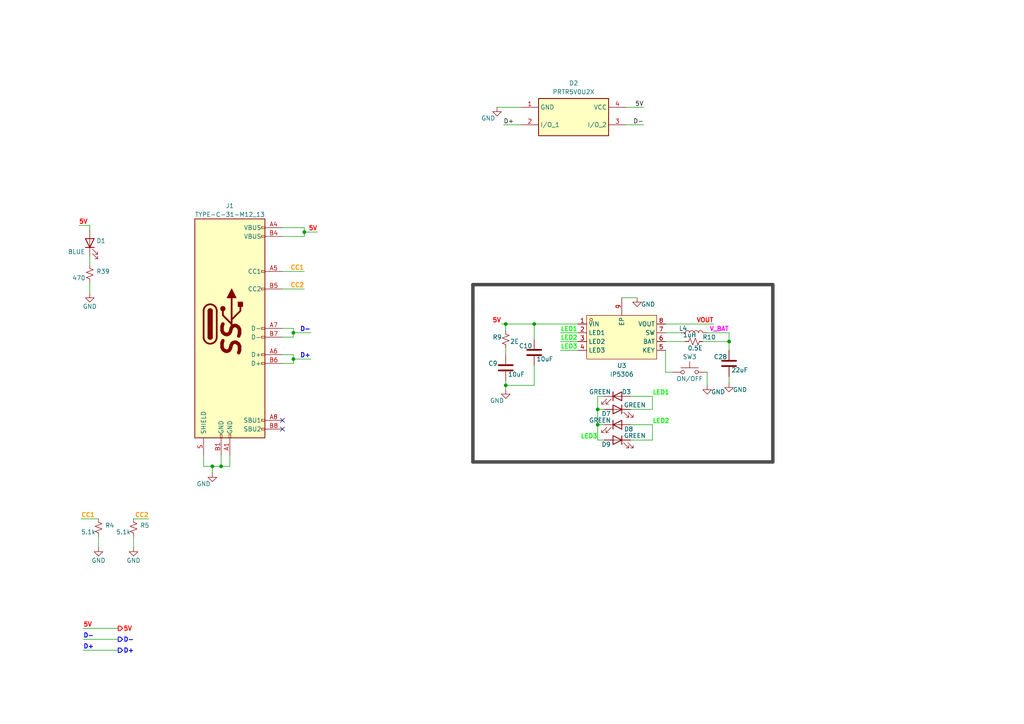
<source format=kicad_sch>
(kicad_sch (version 20230121) (generator eeschema)

  (uuid ac13e975-7d04-45f3-8b12-8735c001f7fc)

  (paper "A4")

  (lib_symbols
    (symbol "ESP32-S3_DB:C" (pin_numbers hide) (pin_names (offset 0.254)) (in_bom yes) (on_board yes)
      (property "Reference" "C" (at 0.635 2.54 0)
        (effects (font (size 1.27 1.27)) (justify left))
      )
      (property "Value" "C" (at 0.635 -2.54 0)
        (effects (font (size 1.27 1.27)) (justify left))
      )
      (property "Footprint" "" (at 0.9652 -3.81 0)
        (effects (font (size 1.27 1.27)) hide)
      )
      (property "Datasheet" "~" (at 0 0 0)
        (effects (font (size 1.27 1.27)) hide)
      )
      (property "ki_keywords" "cap capacitor" (at 0 0 0)
        (effects (font (size 1.27 1.27)) hide)
      )
      (property "ki_description" "Unpolarized capacitor" (at 0 0 0)
        (effects (font (size 1.27 1.27)) hide)
      )
      (property "ki_fp_filters" "C_*" (at 0 0 0)
        (effects (font (size 1.27 1.27)) hide)
      )
      (symbol "C_0_1"
        (polyline
          (pts
            (xy -2.032 -0.762)
            (xy 2.032 -0.762)
          )
          (stroke (width 0.508) (type default))
          (fill (type none))
        )
        (polyline
          (pts
            (xy -2.032 0.762)
            (xy 2.032 0.762)
          )
          (stroke (width 0.508) (type default))
          (fill (type none))
        )
      )
      (symbol "C_1_1"
        (pin passive line (at 0 3.81 270) (length 2.794)
          (name "~" (effects (font (size 1.27 1.27))))
          (number "1" (effects (font (size 1.27 1.27))))
        )
        (pin passive line (at 0 -3.81 90) (length 2.794)
          (name "~" (effects (font (size 1.27 1.27))))
          (number "2" (effects (font (size 1.27 1.27))))
        )
      )
    )
    (symbol "ESP32-S3_DB:GND" (power) (pin_names (offset 0)) (in_bom yes) (on_board yes)
      (property "Reference" "#PWR" (at 0 -6.35 0)
        (effects (font (size 1.27 1.27)) hide)
      )
      (property "Value" "GND" (at 0 -3.81 0)
        (effects (font (size 1.27 1.27)))
      )
      (property "Footprint" "" (at 0 0 0)
        (effects (font (size 1.27 1.27)) hide)
      )
      (property "Datasheet" "" (at 0 0 0)
        (effects (font (size 1.27 1.27)) hide)
      )
      (property "ki_keywords" "global power" (at 0 0 0)
        (effects (font (size 1.27 1.27)) hide)
      )
      (property "ki_description" "Power symbol creates a global label with name \"GND\" , ground" (at 0 0 0)
        (effects (font (size 1.27 1.27)) hide)
      )
      (symbol "GND_0_1"
        (polyline
          (pts
            (xy 0 0)
            (xy 0 -1.27)
            (xy 1.27 -1.27)
            (xy 0 -2.54)
            (xy -1.27 -1.27)
            (xy 0 -1.27)
          )
          (stroke (width 0) (type default))
          (fill (type none))
        )
      )
      (symbol "GND_1_1"
        (pin power_in line (at 0 0 270) (length 0) hide
          (name "GND" (effects (font (size 1.27 1.27))))
          (number "1" (effects (font (size 1.27 1.27))))
        )
      )
    )
    (symbol "ESP32-S3_DB:IP5306" (in_bom yes) (on_board yes)
      (property "Reference" "U" (at 0 12.7 0)
        (effects (font (size 1.27 1.27)))
      )
      (property "Value" "IP5306" (at 0 -12.7 0)
        (effects (font (size 1.27 1.27)))
      )
      (property "Footprint" "easyeda2kicad:ESOP-8_L4.9-W3.9-P1.27-LS6.0-BL-EP" (at 0 -15.24 0)
        (effects (font (size 1.27 1.27)) hide)
      )
      (property "Datasheet" "https://lcsc.com/product-detail/PMIC-Battery-Management_IP5306_C181692.html" (at 0 -17.78 0)
        (effects (font (size 1.27 1.27)) hide)
      )
      (property "LCSC Part" "C181692" (at 0 -20.32 0)
        (effects (font (size 1.27 1.27)) hide)
      )
      (symbol "IP5306_0_1"
        (rectangle (start -10.16 2.54) (end 10.16 -10.16)
          (stroke (width 0) (type default))
          (fill (type background))
        )
        (circle (center -8.89 1.27) (radius 0.38)
          (stroke (width 0) (type default))
          (fill (type none))
        )
        (pin unspecified line (at -12.7 0 0) (length 2.54)
          (name "VIN" (effects (font (size 1.27 1.27))))
          (number "1" (effects (font (size 1.27 1.27))))
        )
        (pin unspecified line (at -12.7 -2.54 0) (length 2.54)
          (name "LED1" (effects (font (size 1.27 1.27))))
          (number "2" (effects (font (size 1.27 1.27))))
        )
        (pin unspecified line (at -12.7 -5.08 0) (length 2.54)
          (name "LED2" (effects (font (size 1.27 1.27))))
          (number "3" (effects (font (size 1.27 1.27))))
        )
        (pin unspecified line (at -12.7 -7.62 0) (length 2.54)
          (name "LED3" (effects (font (size 1.27 1.27))))
          (number "4" (effects (font (size 1.27 1.27))))
        )
        (pin unspecified line (at 12.7 -7.62 180) (length 2.54)
          (name "KEY" (effects (font (size 1.27 1.27))))
          (number "5" (effects (font (size 1.27 1.27))))
        )
        (pin unspecified line (at 12.7 -5.08 180) (length 2.54)
          (name "BAT" (effects (font (size 1.27 1.27))))
          (number "6" (effects (font (size 1.27 1.27))))
        )
        (pin unspecified line (at 12.7 -2.54 180) (length 2.54)
          (name "SW" (effects (font (size 1.27 1.27))))
          (number "7" (effects (font (size 1.27 1.27))))
        )
        (pin unspecified line (at 12.7 0 180) (length 2.54)
          (name "VOUT" (effects (font (size 1.27 1.27))))
          (number "8" (effects (font (size 1.27 1.27))))
        )
        (pin unspecified line (at 0 7.62 270) (length 5.08)
          (name "EP" (effects (font (size 1.27 1.27))))
          (number "9" (effects (font (size 1.27 1.27))))
        )
      )
    )
    (symbol "ESP32-S3_DB:L" (pin_numbers hide) (pin_names (offset 1.016) hide) (in_bom yes) (on_board yes)
      (property "Reference" "L" (at -1.27 0 90)
        (effects (font (size 1.27 1.27)))
      )
      (property "Value" "L" (at 1.905 0 90)
        (effects (font (size 1.27 1.27)))
      )
      (property "Footprint" "" (at 0 0 0)
        (effects (font (size 1.27 1.27)) hide)
      )
      (property "Datasheet" "~" (at 0 0 0)
        (effects (font (size 1.27 1.27)) hide)
      )
      (property "ki_keywords" "inductor choke coil reactor magnetic" (at 0 0 0)
        (effects (font (size 1.27 1.27)) hide)
      )
      (property "ki_description" "Inductor" (at 0 0 0)
        (effects (font (size 1.27 1.27)) hide)
      )
      (property "ki_fp_filters" "Choke_* *Coil* Inductor_* L_*" (at 0 0 0)
        (effects (font (size 1.27 1.27)) hide)
      )
      (symbol "L_0_1"
        (arc (start 0 -2.54) (mid 0.6323 -1.905) (end 0 -1.27)
          (stroke (width 0) (type default))
          (fill (type none))
        )
        (arc (start 0 -1.27) (mid 0.6323 -0.635) (end 0 0)
          (stroke (width 0) (type default))
          (fill (type none))
        )
        (arc (start 0 0) (mid 0.6323 0.635) (end 0 1.27)
          (stroke (width 0) (type default))
          (fill (type none))
        )
        (arc (start 0 1.27) (mid 0.6323 1.905) (end 0 2.54)
          (stroke (width 0) (type default))
          (fill (type none))
        )
      )
      (symbol "L_1_1"
        (pin passive line (at 0 3.81 270) (length 1.27)
          (name "1" (effects (font (size 1.27 1.27))))
          (number "1" (effects (font (size 1.27 1.27))))
        )
        (pin passive line (at 0 -3.81 90) (length 1.27)
          (name "2" (effects (font (size 1.27 1.27))))
          (number "2" (effects (font (size 1.27 1.27))))
        )
      )
    )
    (symbol "ESP32-S3_DB:LED" (pin_numbers hide) (pin_names (offset 1.016) hide) (in_bom yes) (on_board yes)
      (property "Reference" "D" (at 0 2.54 0)
        (effects (font (size 1.27 1.27)))
      )
      (property "Value" "LED" (at 0 -2.54 0)
        (effects (font (size 1.27 1.27)))
      )
      (property "Footprint" "" (at 0 0 0)
        (effects (font (size 1.27 1.27)) hide)
      )
      (property "Datasheet" "~" (at 0 0 0)
        (effects (font (size 1.27 1.27)) hide)
      )
      (property "ki_keywords" "LED diode" (at 0 0 0)
        (effects (font (size 1.27 1.27)) hide)
      )
      (property "ki_description" "Light emitting diode" (at 0 0 0)
        (effects (font (size 1.27 1.27)) hide)
      )
      (property "ki_fp_filters" "LED* LED_SMD:* LED_THT:*" (at 0 0 0)
        (effects (font (size 1.27 1.27)) hide)
      )
      (symbol "LED_0_1"
        (polyline
          (pts
            (xy -1.27 -1.27)
            (xy -1.27 1.27)
          )
          (stroke (width 0.254) (type default))
          (fill (type none))
        )
        (polyline
          (pts
            (xy -1.27 0)
            (xy 1.27 0)
          )
          (stroke (width 0) (type default))
          (fill (type none))
        )
        (polyline
          (pts
            (xy 1.27 -1.27)
            (xy 1.27 1.27)
            (xy -1.27 0)
            (xy 1.27 -1.27)
          )
          (stroke (width 0.254) (type default))
          (fill (type none))
        )
        (polyline
          (pts
            (xy -3.048 -0.762)
            (xy -4.572 -2.286)
            (xy -3.81 -2.286)
            (xy -4.572 -2.286)
            (xy -4.572 -1.524)
          )
          (stroke (width 0) (type default))
          (fill (type none))
        )
        (polyline
          (pts
            (xy -1.778 -0.762)
            (xy -3.302 -2.286)
            (xy -2.54 -2.286)
            (xy -3.302 -2.286)
            (xy -3.302 -1.524)
          )
          (stroke (width 0) (type default))
          (fill (type none))
        )
      )
      (symbol "LED_1_1"
        (pin passive line (at -3.81 0 0) (length 2.54)
          (name "K" (effects (font (size 1.27 1.27))))
          (number "1" (effects (font (size 1.27 1.27))))
        )
        (pin passive line (at 3.81 0 180) (length 2.54)
          (name "A" (effects (font (size 1.27 1.27))))
          (number "2" (effects (font (size 1.27 1.27))))
        )
      )
    )
    (symbol "ESP32-S3_DB:PRTR5V0U2X" (in_bom yes) (on_board yes)
      (property "Reference" "D" (at 14.605 6.985 0)
        (effects (font (size 1.27 1.27)) (justify left top))
      )
      (property "Value" "PRTR5V0U2X" (at 9.525 5.08 0)
        (effects (font (size 1.27 1.27)) (justify left top))
      )
      (property "Footprint" "PRTR5V0U2X" (at 26.67 -94.92 0)
        (effects (font (size 1.27 1.27)) (justify left top) hide)
      )
      (property "Datasheet" "https://assets.nexperia.com/documents/data-sheet/PRTR5V0U2X.pdf" (at 26.67 -194.92 0)
        (effects (font (size 1.27 1.27)) (justify left top) hide)
      )
      (property "Height" "1.1" (at 26.67 -394.92 0)
        (effects (font (size 1.27 1.27)) (justify left top) hide)
      )
      (property "Manufacturer_Name" "Nexperia" (at 26.67 -494.92 0)
        (effects (font (size 1.27 1.27)) (justify left top) hide)
      )
      (property "Manufacturer_Part_Number" "PRTR5V0U2X" (at 26.67 -594.92 0)
        (effects (font (size 1.27 1.27)) (justify left top) hide)
      )
      (property "Mouser Part Number" "N/A" (at 26.67 -694.92 0)
        (effects (font (size 1.27 1.27)) (justify left top) hide)
      )
      (property "Mouser Price/Stock" "https://www.mouser.co.uk/ProductDetail/Nexperia/PRTR5V0U2X?qs=vHuUswq2%252BsxqVTVM0kNyWw%3D%3D" (at 26.67 -794.92 0)
        (effects (font (size 1.27 1.27)) (justify left top) hide)
      )
      (property "Arrow Part Number" "" (at 26.67 -894.92 0)
        (effects (font (size 1.27 1.27)) (justify left top) hide)
      )
      (property "Arrow Price/Stock" "" (at 26.67 -994.92 0)
        (effects (font (size 1.27 1.27)) (justify left top) hide)
      )
      (property "ki_description" "NEXPERIA - PRTR5V0U2X - DIODE, TVS, DUAL, SOT-143B" (at 0 0 0)
        (effects (font (size 1.27 1.27)) hide)
      )
      (symbol "PRTR5V0U2X_1_1"
        (rectangle (start 5.08 2.54) (end 25.4 -8.255)
          (stroke (width 0.254) (type default))
          (fill (type background))
        )
        (pin passive line (at 0 0 0) (length 5.08)
          (name "GND" (effects (font (size 1.27 1.27))))
          (number "1" (effects (font (size 1.27 1.27))))
        )
        (pin passive line (at 0 -5.08 0) (length 5.08)
          (name "I/O_1" (effects (font (size 1.27 1.27))))
          (number "2" (effects (font (size 1.27 1.27))))
        )
        (pin passive line (at 30.48 -5.08 180) (length 5.08)
          (name "I/O_2" (effects (font (size 1.27 1.27))))
          (number "3" (effects (font (size 1.27 1.27))))
        )
        (pin passive line (at 30.48 0 180) (length 5.08)
          (name "VCC" (effects (font (size 1.27 1.27))))
          (number "4" (effects (font (size 1.27 1.27))))
        )
      )
    )
    (symbol "ESP32-S3_DB:R_Small_US" (pin_numbers hide) (pin_names (offset 0.254) hide) (in_bom yes) (on_board yes)
      (property "Reference" "R" (at 0.762 0.508 0)
        (effects (font (size 1.27 1.27)) (justify left))
      )
      (property "Value" "R_Small_US" (at 0.762 -1.016 0)
        (effects (font (size 1.27 1.27)) (justify left))
      )
      (property "Footprint" "" (at 0 0 0)
        (effects (font (size 1.27 1.27)) hide)
      )
      (property "Datasheet" "~" (at 0 0 0)
        (effects (font (size 1.27 1.27)) hide)
      )
      (property "ki_keywords" "r resistor" (at 0 0 0)
        (effects (font (size 1.27 1.27)) hide)
      )
      (property "ki_description" "Resistor, small US symbol" (at 0 0 0)
        (effects (font (size 1.27 1.27)) hide)
      )
      (property "ki_fp_filters" "R_*" (at 0 0 0)
        (effects (font (size 1.27 1.27)) hide)
      )
      (symbol "R_Small_US_1_1"
        (polyline
          (pts
            (xy 0 0)
            (xy 1.016 -0.381)
            (xy 0 -0.762)
            (xy -1.016 -1.143)
            (xy 0 -1.524)
          )
          (stroke (width 0) (type default))
          (fill (type none))
        )
        (polyline
          (pts
            (xy 0 1.524)
            (xy 1.016 1.143)
            (xy 0 0.762)
            (xy -1.016 0.381)
            (xy 0 0)
          )
          (stroke (width 0) (type default))
          (fill (type none))
        )
        (pin passive line (at 0 2.54 270) (length 1.016)
          (name "~" (effects (font (size 1.27 1.27))))
          (number "1" (effects (font (size 1.27 1.27))))
        )
        (pin passive line (at 0 -2.54 90) (length 1.016)
          (name "~" (effects (font (size 1.27 1.27))))
          (number "2" (effects (font (size 1.27 1.27))))
        )
      )
    )
    (symbol "ESP32-S3_DB:SW_Push" (pin_numbers hide) (pin_names (offset 1.016) hide) (in_bom yes) (on_board yes)
      (property "Reference" "SW" (at 1.27 2.54 0)
        (effects (font (size 1.27 1.27)) (justify left))
      )
      (property "Value" "SW_Push" (at 0 -1.524 0)
        (effects (font (size 1.27 1.27)))
      )
      (property "Footprint" "" (at 0 5.08 0)
        (effects (font (size 1.27 1.27)) hide)
      )
      (property "Datasheet" "~" (at 0 5.08 0)
        (effects (font (size 1.27 1.27)) hide)
      )
      (property "ki_keywords" "switch normally-open pushbutton push-button" (at 0 0 0)
        (effects (font (size 1.27 1.27)) hide)
      )
      (property "ki_description" "Push button switch, generic, two pins" (at 0 0 0)
        (effects (font (size 1.27 1.27)) hide)
      )
      (symbol "SW_Push_0_1"
        (circle (center -2.032 0) (radius 0.508)
          (stroke (width 0) (type default))
          (fill (type none))
        )
        (polyline
          (pts
            (xy 0 1.27)
            (xy 0 3.048)
          )
          (stroke (width 0) (type default))
          (fill (type none))
        )
        (polyline
          (pts
            (xy 2.54 1.27)
            (xy -2.54 1.27)
          )
          (stroke (width 0) (type default))
          (fill (type none))
        )
        (circle (center 2.032 0) (radius 0.508)
          (stroke (width 0) (type default))
          (fill (type none))
        )
        (pin passive line (at -5.08 0 0) (length 2.54)
          (name "1" (effects (font (size 1.27 1.27))))
          (number "1" (effects (font (size 1.27 1.27))))
        )
        (pin passive line (at 5.08 0 180) (length 2.54)
          (name "2" (effects (font (size 1.27 1.27))))
          (number "2" (effects (font (size 1.27 1.27))))
        )
      )
    )
    (symbol "ESP32-S3_DB:TYPE_C_CONNECTOR" (pin_names (offset 1.016)) (in_bom yes) (on_board yes)
      (property "Reference" "J4" (at 0 36.195 0)
        (effects (font (size 1.27 1.27)))
      )
      (property "Value" "TYPE-C-31-M12_13" (at 0 33.655 0)
        (effects (font (size 1.27 1.27)))
      )
      (property "Footprint" "acheron_Connectors:TYPE-C-31-M-12" (at -12.7 1.27 90)
        (effects (font (size 1.27 1.27)) hide)
      )
      (property "Datasheet" "https://datasheet.lcsc.com/lcsc/2205251630_Korean-Hroparts-Elec-TYPE-C-31-M-12_C165948.pdf" (at 5.08 1.27 0)
        (effects (font (size 1.27 1.27)) hide)
      )
      (property "PN" "TYPE-C-31-M-12" (at 0 0 0)
        (effects (font (size 1.27 1.27)) hide)
      )
      (property "LCSC Part Number" "C165948" (at 0 0 0)
        (effects (font (size 1.27 1.27)) hide)
      )
      (property "LCSC link" "https://www.lcsc.com/product-detail/USB-Connectors_Korean-Hroparts-Elec-TYPE-C-31-M-12_C165948.html" (at 0 0 0)
        (effects (font (size 1.27 1.27)) hide)
      )
      (property "ki_fp_filters" "USB*C*Receptacle*" (at 0 0 0)
        (effects (font (size 1.27 1.27)) hide)
      )
      (symbol "TYPE_C_CONNECTOR_0_0"
        (rectangle (start -0.254 -31.75) (end 0.254 -30.734)
          (stroke (width 0) (type default))
          (fill (type none))
        )
        (rectangle (start 10.16 -28.956) (end 9.144 -29.464)
          (stroke (width 0) (type default))
          (fill (type none))
        )
        (rectangle (start 10.16 -26.416) (end 9.144 -26.924)
          (stroke (width 0) (type default))
          (fill (type none))
        )
        (rectangle (start 10.16 -9.906) (end 9.144 -10.414)
          (stroke (width 0) (type default))
          (fill (type none))
        )
        (rectangle (start 10.16 -7.366) (end 9.144 -7.874)
          (stroke (width 0) (type default))
          (fill (type none))
        )
        (rectangle (start 10.16 -2.286) (end 9.144 -2.794)
          (stroke (width 0) (type default))
          (fill (type none))
        )
        (rectangle (start 10.16 0.254) (end 9.144 -0.254)
          (stroke (width 0) (type default))
          (fill (type none))
        )
        (rectangle (start 10.16 11.684) (end 9.144 11.176)
          (stroke (width 0) (type default))
          (fill (type none))
        )
        (rectangle (start 10.16 16.764) (end 9.144 16.256)
          (stroke (width 0) (type default))
          (fill (type none))
        )
        (rectangle (start 10.16 29.464) (end 9.144 28.956)
          (stroke (width 0) (type default))
          (fill (type none))
        )
        (text "SS" (at 0.508 -3.175 900)
          (effects (font (size 5.08 5.08) bold italic))
        )
      )
      (symbol "TYPE_C_CONNECTOR_0_1"
        (rectangle (start -10.16 31.75) (end 10.16 -31.75)
          (stroke (width 0.254) (type default))
          (fill (type background))
        )
        (arc (start -7.62 -2.54) (mid -5.715 -4.4367) (end -3.81 -2.54)
          (stroke (width 0.508) (type default))
          (fill (type none))
        )
        (arc (start -6.35 -2.54) (mid -5.715 -3.1723) (end -5.08 -2.54)
          (stroke (width 0.254) (type default))
          (fill (type none))
        )
        (arc (start -6.35 -2.54) (mid -5.715 -3.1723) (end -5.08 -2.54)
          (stroke (width 0.254) (type default))
          (fill (type outline))
        )
        (rectangle (start -6.35 -2.54) (end -5.08 5.08)
          (stroke (width 0.254) (type default))
          (fill (type outline))
        )
        (arc (start -5.08 5.08) (mid -5.715 5.7123) (end -6.35 5.08)
          (stroke (width 0.254) (type default))
          (fill (type none))
        )
        (arc (start -5.08 5.08) (mid -5.715 5.7123) (end -6.35 5.08)
          (stroke (width 0.254) (type default))
          (fill (type outline))
        )
        (arc (start -3.81 5.08) (mid -5.715 6.9767) (end -7.62 5.08)
          (stroke (width 0.508) (type default))
          (fill (type none))
        )
        (circle (center -2.032 5.715) (radius 0.635)
          (stroke (width 0.254) (type default))
          (fill (type outline))
        )
        (polyline
          (pts
            (xy -7.62 -2.54)
            (xy -7.62 5.08)
          )
          (stroke (width 0.508) (type default))
          (fill (type none))
        )
        (polyline
          (pts
            (xy -3.81 5.08)
            (xy -3.81 -2.54)
          )
          (stroke (width 0.508) (type default))
          (fill (type none))
        )
        (polyline
          (pts
            (xy 0.508 0)
            (xy 0.508 8.89)
          )
          (stroke (width 0.508) (type default))
          (fill (type none))
        )
        (polyline
          (pts
            (xy 0.508 1.27)
            (xy -2.032 3.81)
            (xy -2.032 5.08)
          )
          (stroke (width 0.508) (type default))
          (fill (type none))
        )
        (polyline
          (pts
            (xy 0.508 2.54)
            (xy 3.048 5.08)
            (xy 3.048 6.35)
          )
          (stroke (width 0.508) (type default))
          (fill (type none))
        )
        (polyline
          (pts
            (xy -0.762 8.89)
            (xy 0.508 11.43)
            (xy 1.778 8.89)
            (xy -0.762 8.89)
          )
          (stroke (width 0.254) (type default))
          (fill (type outline))
        )
        (rectangle (start 2.413 6.35) (end 3.683 7.62)
          (stroke (width 0.254) (type default))
          (fill (type outline))
        )
      )
      (symbol "TYPE_C_CONNECTOR_1_1"
        (rectangle (start -2.794 -31.75) (end -2.286 -30.734)
          (stroke (width 0) (type default))
          (fill (type none))
        )
        (rectangle (start 10.16 26.924) (end 9.144 26.416)
          (stroke (width 0) (type default))
          (fill (type none))
        )
        (pin power_out line (at 0 -36.83 90) (length 5.08)
          (name "GND" (effects (font (size 1.27 1.27))))
          (number "A1" (effects (font (size 1.27 1.27))))
        )
        (pin power_out line (at 15.24 29.21 180) (length 5.08)
          (name "VBUS" (effects (font (size 1.27 1.27))))
          (number "A4" (effects (font (size 1.27 1.27))))
        )
        (pin bidirectional line (at 15.24 16.51 180) (length 5.08)
          (name "CC1" (effects (font (size 1.27 1.27))))
          (number "A5" (effects (font (size 1.27 1.27))))
        )
        (pin bidirectional line (at 15.24 -7.62 180) (length 5.08)
          (name "D+" (effects (font (size 1.27 1.27))))
          (number "A6" (effects (font (size 1.27 1.27))))
        )
        (pin bidirectional line (at 15.24 0 180) (length 5.08)
          (name "D-" (effects (font (size 1.27 1.27))))
          (number "A7" (effects (font (size 1.27 1.27))))
        )
        (pin bidirectional line (at 15.24 -26.67 180) (length 5.08)
          (name "SBU1" (effects (font (size 1.27 1.27))))
          (number "A8" (effects (font (size 1.27 1.27))))
        )
        (pin power_out line (at -2.54 -36.83 90) (length 5.08)
          (name "GND" (effects (font (size 1.27 1.27))))
          (number "B1" (effects (font (size 1.27 1.27))))
        )
        (pin power_out line (at 15.24 26.67 180) (length 5.08)
          (name "VBUS" (effects (font (size 1.27 1.27))))
          (number "B4" (effects (font (size 1.27 1.27))))
        )
        (pin bidirectional line (at 15.24 11.43 180) (length 5.08)
          (name "CC2" (effects (font (size 1.27 1.27))))
          (number "B5" (effects (font (size 1.27 1.27))))
        )
        (pin bidirectional line (at 15.24 -10.16 180) (length 5.08)
          (name "D+" (effects (font (size 1.27 1.27))))
          (number "B6" (effects (font (size 1.27 1.27))))
        )
        (pin bidirectional line (at 15.24 -2.54 180) (length 5.08)
          (name "D-" (effects (font (size 1.27 1.27))))
          (number "B7" (effects (font (size 1.27 1.27))))
        )
        (pin bidirectional line (at 15.24 -29.21 180) (length 5.08)
          (name "SBU2" (effects (font (size 1.27 1.27))))
          (number "B8" (effects (font (size 1.27 1.27))))
        )
        (pin passive line (at -7.62 -36.83 90) (length 5.08)
          (name "SHIELD" (effects (font (size 1.27 1.27))))
          (number "S" (effects (font (size 1.27 1.27))))
        )
      )
    )
  )

  (junction (at 64.135 135.255) (diameter 0) (color 0 0 0 0)
    (uuid 198f9a9a-edbd-4583-8583-83224867f17b)
  )
  (junction (at 146.685 93.98) (diameter 0) (color 0 0 0 0)
    (uuid 318d7a7c-6ad4-45c3-82a0-249fa99f914b)
  )
  (junction (at 173.355 118.745) (diameter 0) (color 0 0 0 0)
    (uuid 38c1c0e5-07d5-42b5-bff7-dc0ea2ee0628)
  )
  (junction (at 61.595 135.255) (diameter 0) (color 0 0 0 0)
    (uuid 4856481b-1755-4d46-bc75-6cfedec48a6a)
  )
  (junction (at 146.685 111.76) (diameter 0) (color 0 0 0 0)
    (uuid 4f6bd80c-9325-49b1-b393-b37de273acbc)
  )
  (junction (at 85.09 96.52) (diameter 0) (color 0 0 0 0)
    (uuid 59712f33-e195-4c69-a91a-fcd9cb889aaf)
  )
  (junction (at 85.09 104.14) (diameter 0) (color 0 0 0 0)
    (uuid 68fbaf88-163c-4fcc-baee-8b3e3d33803e)
  )
  (junction (at 173.355 123.19) (diameter 0) (color 0 0 0 0)
    (uuid 82c5e1df-27ae-4d31-abe2-da60ffa91605)
  )
  (junction (at 154.94 93.98) (diameter 0) (color 0 0 0 0)
    (uuid 9fb5eece-44d7-426d-8a4b-b0156d6c9b69)
  )
  (junction (at 211.455 99.06) (diameter 0) (color 0 0 0 0)
    (uuid d57b5de9-bd0e-4b06-b603-02bda932271b)
  )
  (junction (at 88.265 67.31) (diameter 0) (color 0 0 0 0)
    (uuid df0ffc96-9659-480d-a2f7-2228fdec59ff)
  )

  (no_connect (at 81.915 121.92) (uuid 64921677-a125-4141-a84a-0748e44b644f))
  (no_connect (at 81.915 124.46) (uuid fa9a728b-ee8a-4fdd-8613-705533866ff3))

  (wire (pts (xy 146.685 102.87) (xy 146.685 100.965))
    (stroke (width 0) (type default))
    (uuid 03284141-d2fc-4c10-a51e-65249864bf2c)
  )
  (wire (pts (xy 88.265 67.31) (xy 88.265 68.58))
    (stroke (width 0) (type default))
    (uuid 06ec0e13-1c16-4902-9f49-ea846adcdf12)
  )
  (wire (pts (xy 175.26 114.935) (xy 173.355 114.935))
    (stroke (width 0) (type default))
    (uuid 0917c3d1-c609-4a38-bfeb-ca8027d8579e)
  )
  (wire (pts (xy 28.575 158.75) (xy 28.575 155.575))
    (stroke (width 0) (type default))
    (uuid 115c02b8-a87c-4564-b6f5-a786ca7c7f82)
  )
  (wire (pts (xy 207.01 93.98) (xy 193.04 93.98))
    (stroke (width 0) (type default))
    (uuid 157cacc3-dbe3-4e24-bca8-20b4fdce00e1)
  )
  (wire (pts (xy 173.355 123.19) (xy 175.26 123.19))
    (stroke (width 0) (type default))
    (uuid 16c78c6c-f119-4b48-a5dd-a2cf39f8a652)
  )
  (bus (pts (xy 224.155 82.55) (xy 224.155 133.985))
    (stroke (width 1) (type default) (color 72 72 72 1))
    (uuid 17639705-cbe1-4498-ae2e-94d48cbef5c5)
  )

  (wire (pts (xy 88.265 83.82) (xy 81.915 83.82))
    (stroke (width 0) (type default))
    (uuid 19871aa2-c7df-4efc-87be-d882bd4c7aae)
  )
  (wire (pts (xy 211.455 96.52) (xy 205.105 96.52))
    (stroke (width 0) (type default))
    (uuid 1b1c6da6-2fff-4af7-b81f-c441470e09f6)
  )
  (wire (pts (xy 197.485 96.52) (xy 193.04 96.52))
    (stroke (width 0) (type default))
    (uuid 20a200e4-77b4-40ec-888e-c4aa5194e016)
  )
  (wire (pts (xy 26.035 66.675) (xy 26.035 65.405))
    (stroke (width 0) (type default))
    (uuid 2104ddb0-99f9-48fa-b6cd-590c499883de)
  )
  (wire (pts (xy 182.88 118.745) (xy 189.23 118.745))
    (stroke (width 0) (type default))
    (uuid 23cb934e-f902-46fd-8c17-34872749268d)
  )
  (wire (pts (xy 88.265 66.04) (xy 88.265 67.31))
    (stroke (width 0) (type default))
    (uuid 26387291-932c-4ffb-b7ed-907b01cbe310)
  )
  (wire (pts (xy 90.17 96.52) (xy 85.09 96.52))
    (stroke (width 0) (type default))
    (uuid 2789eb59-8821-4476-8bb7-e72907d91434)
  )
  (wire (pts (xy 146.685 95.885) (xy 146.685 93.98))
    (stroke (width 0) (type default))
    (uuid 2899b662-9163-4e53-88c2-67f3b6c51347)
  )
  (wire (pts (xy 38.735 158.75) (xy 38.735 155.575))
    (stroke (width 0) (type default))
    (uuid 2ad941ad-3474-4c53-a53e-aeef2155ca59)
  )
  (bus (pts (xy 224.155 133.985) (xy 137.16 133.985))
    (stroke (width 1) (type default) (color 72 72 72 1))
    (uuid 2d5d3f9e-2c5b-4965-87ad-f379a2715d9b)
  )

  (wire (pts (xy 146.685 111.76) (xy 154.94 111.76))
    (stroke (width 0) (type default))
    (uuid 2df4dcad-7c2f-448f-8628-47001856f4ca)
  )
  (wire (pts (xy 24.13 188.595) (xy 34.29 188.595))
    (stroke (width 0) (type default))
    (uuid 30f11203-0dcd-4745-aa32-4e2c13868f8f)
  )
  (wire (pts (xy 162.56 96.52) (xy 167.64 96.52))
    (stroke (width 0) (type default))
    (uuid 369007e0-b8e3-4583-a0e0-a8432c1406c4)
  )
  (wire (pts (xy 162.56 99.06) (xy 167.64 99.06))
    (stroke (width 0) (type default))
    (uuid 37f8f229-4dfe-42f2-b010-bce1879d899e)
  )
  (wire (pts (xy 198.755 99.06) (xy 193.04 99.06))
    (stroke (width 0) (type default))
    (uuid 3af4cc83-c518-4553-8a64-d707d8965677)
  )
  (wire (pts (xy 154.94 93.98) (xy 167.64 93.98))
    (stroke (width 0) (type default))
    (uuid 3c49c0d8-9207-43f4-beee-6e2b51885532)
  )
  (wire (pts (xy 64.135 132.08) (xy 64.135 135.255))
    (stroke (width 0) (type default))
    (uuid 3ec3fb8a-aedb-47ae-845c-894407d64bfa)
  )
  (wire (pts (xy 173.355 123.19) (xy 173.355 127.635))
    (stroke (width 0) (type default))
    (uuid 3f80dd7e-9cc2-4996-a119-198108d2c67e)
  )
  (wire (pts (xy 189.23 123.19) (xy 189.23 127.635))
    (stroke (width 0) (type default))
    (uuid 40ce1756-d815-4ece-a2f6-8e5918295551)
  )
  (wire (pts (xy 92.075 67.31) (xy 88.265 67.31))
    (stroke (width 0) (type default))
    (uuid 549b64c8-8de4-4313-b9c8-84b491cd3f07)
  )
  (wire (pts (xy 88.265 78.74) (xy 81.915 78.74))
    (stroke (width 0) (type default))
    (uuid 5bab931f-d55d-4ea0-9608-79c6b802a36b)
  )
  (wire (pts (xy 189.23 114.935) (xy 189.23 118.745))
    (stroke (width 0) (type default))
    (uuid 654a574c-d2ef-461b-8a82-17db2a6dfd00)
  )
  (wire (pts (xy 181.61 36.195) (xy 186.69 36.195))
    (stroke (width 0) (type default))
    (uuid 65a230a0-562f-4c10-9d5c-c8d0a7eb742d)
  )
  (wire (pts (xy 85.09 95.25) (xy 85.09 96.52))
    (stroke (width 0) (type default))
    (uuid 6cf84734-63c0-400b-8a1f-d4b5e4a29438)
  )
  (wire (pts (xy 24.13 182.245) (xy 34.29 182.245))
    (stroke (width 0) (type default))
    (uuid 6fc0958a-35cd-46f1-984e-3e667186bebd)
  )
  (wire (pts (xy 205.105 111.76) (xy 205.105 107.95))
    (stroke (width 0) (type default))
    (uuid 7105c5f9-563f-48b3-b630-b6db4156d9b3)
  )
  (wire (pts (xy 23.495 150.495) (xy 28.575 150.495))
    (stroke (width 0) (type default))
    (uuid 725b5444-a793-4be8-ab3f-b02cde67d01c)
  )
  (wire (pts (xy 81.915 95.25) (xy 85.09 95.25))
    (stroke (width 0) (type default))
    (uuid 7407c4ed-ec1a-4c0a-a477-abad06dce567)
  )
  (wire (pts (xy 203.835 99.06) (xy 211.455 99.06))
    (stroke (width 0) (type default))
    (uuid 7ac0f801-7b02-40cc-9355-ab54d12db5a2)
  )
  (wire (pts (xy 59.055 132.08) (xy 59.055 135.255))
    (stroke (width 0) (type default))
    (uuid 7df05d49-12b2-4afb-9c7f-074706b3d844)
  )
  (wire (pts (xy 173.355 118.745) (xy 175.26 118.745))
    (stroke (width 0) (type default))
    (uuid 806fbe16-c61b-4d17-8024-7b668ce67931)
  )
  (wire (pts (xy 173.355 118.745) (xy 173.355 123.19))
    (stroke (width 0) (type default))
    (uuid 81714f17-107f-40f7-9292-879ee971c65c)
  )
  (wire (pts (xy 182.88 123.19) (xy 189.23 123.19))
    (stroke (width 0) (type default))
    (uuid 81e5bbe8-b938-4b68-8636-f3621d604a51)
  )
  (wire (pts (xy 81.915 102.87) (xy 85.09 102.87))
    (stroke (width 0) (type default))
    (uuid 8612c947-ef37-4337-89ce-89bc8376d89d)
  )
  (wire (pts (xy 85.09 104.14) (xy 85.09 105.41))
    (stroke (width 0) (type default))
    (uuid 863758f4-9e4b-427d-8aaf-95ae04447103)
  )
  (wire (pts (xy 186.69 31.115) (xy 181.61 31.115))
    (stroke (width 0) (type default))
    (uuid 86a440f5-f0a4-45fc-83d4-6d1135542f74)
  )
  (wire (pts (xy 173.355 127.635) (xy 175.26 127.635))
    (stroke (width 0) (type default))
    (uuid 86ebe4e3-f01b-4eb0-8389-b7a12721d9cb)
  )
  (wire (pts (xy 211.455 99.06) (xy 211.455 96.52))
    (stroke (width 0) (type default))
    (uuid 8a69e9ad-cbcb-492f-b08f-fd40a8f9fe05)
  )
  (wire (pts (xy 66.675 132.08) (xy 66.675 135.255))
    (stroke (width 0) (type default))
    (uuid 924ceb35-cb33-4d29-a5dd-749a93d735f4)
  )
  (wire (pts (xy 173.355 114.935) (xy 173.355 118.745))
    (stroke (width 0) (type default))
    (uuid 962a8279-f959-4422-9ad6-f8c0ac85a54e)
  )
  (wire (pts (xy 193.04 107.95) (xy 194.945 107.95))
    (stroke (width 0) (type default))
    (uuid 9a239152-5a8f-44b1-932d-dac8e7ee4a28)
  )
  (bus (pts (xy 137.16 82.55) (xy 224.155 82.55))
    (stroke (width 1) (type default) (color 72 72 72 1))
    (uuid 9e3b70c0-68b3-47ff-8720-e67fd1575fd2)
  )

  (wire (pts (xy 26.035 76.835) (xy 26.035 74.295))
    (stroke (width 0) (type default))
    (uuid a48f22de-32e4-4bfc-b1a5-dc87449fc503)
  )
  (wire (pts (xy 61.595 135.255) (xy 61.595 137.16))
    (stroke (width 0) (type default))
    (uuid a6dfdc03-8ad7-4453-8888-c1e3228e4a71)
  )
  (wire (pts (xy 90.17 104.14) (xy 85.09 104.14))
    (stroke (width 0) (type default))
    (uuid a7487f42-bfa9-44d2-9646-9f3a3d38fe33)
  )
  (wire (pts (xy 26.035 85.09) (xy 26.035 81.915))
    (stroke (width 0) (type default))
    (uuid a8782d2e-6f62-463e-b19b-a048df89f456)
  )
  (wire (pts (xy 193.04 101.6) (xy 193.04 107.95))
    (stroke (width 0) (type default))
    (uuid ac270417-e5d6-4ef0-870f-ec7106c37ed9)
  )
  (wire (pts (xy 146.685 111.76) (xy 146.685 110.49))
    (stroke (width 0) (type default))
    (uuid afe6019f-c596-4211-93fa-459d1e9c41db)
  )
  (wire (pts (xy 43.18 150.495) (xy 38.735 150.495))
    (stroke (width 0) (type default))
    (uuid b361efc6-0c8e-4201-a7f9-306fbc59781b)
  )
  (wire (pts (xy 85.09 96.52) (xy 85.09 97.79))
    (stroke (width 0) (type default))
    (uuid b8da8654-bf72-4cf9-b1a3-1bfb0dd417ad)
  )
  (wire (pts (xy 211.455 111.125) (xy 211.455 109.22))
    (stroke (width 0) (type default))
    (uuid b93a5fb7-3c9e-436c-8262-812a40f43c01)
  )
  (wire (pts (xy 184.785 86.36) (xy 180.34 86.36))
    (stroke (width 0) (type default))
    (uuid ba90bd50-f8f3-452e-b044-7d9c6fc6c14f)
  )
  (wire (pts (xy 146.05 36.195) (xy 151.13 36.195))
    (stroke (width 0) (type default))
    (uuid c1df95fe-1e13-415b-acf9-dc7510dec40f)
  )
  (wire (pts (xy 85.09 105.41) (xy 81.915 105.41))
    (stroke (width 0) (type default))
    (uuid c21e45b7-c537-4a7b-8ea9-796472b5b005)
  )
  (wire (pts (xy 24.13 185.42) (xy 34.29 185.42))
    (stroke (width 0) (type default))
    (uuid c433a441-d82f-4bec-a3ac-11377d8e7177)
  )
  (wire (pts (xy 66.675 135.255) (xy 64.135 135.255))
    (stroke (width 0) (type default))
    (uuid c4e4b2ce-7be7-4933-95e1-0ace82c3cb8f)
  )
  (wire (pts (xy 144.145 31.115) (xy 151.13 31.115))
    (stroke (width 0) (type default))
    (uuid cad2f157-2618-4842-a3f3-02028f05a6a6)
  )
  (wire (pts (xy 162.56 101.6) (xy 167.64 101.6))
    (stroke (width 0) (type default))
    (uuid cba3e854-154f-457a-8e86-4fb10a512fca)
  )
  (wire (pts (xy 59.055 135.255) (xy 61.595 135.255))
    (stroke (width 0) (type default))
    (uuid d0043805-f030-4304-97f7-a76e3b5614f8)
  )
  (wire (pts (xy 26.035 65.405) (xy 22.86 65.405))
    (stroke (width 0) (type default))
    (uuid d2b1433b-e10c-49e7-be2b-d9b55023006c)
  )
  (wire (pts (xy 154.94 111.76) (xy 154.94 106.045))
    (stroke (width 0) (type default))
    (uuid d2c36c2d-fe15-4dfc-9227-5556c310c0be)
  )
  (bus (pts (xy 137.16 82.55) (xy 137.16 133.985))
    (stroke (width 1) (type default) (color 72 72 72 1))
    (uuid d52c6fbe-f405-4c38-869b-9d46789169ba)
  )

  (wire (pts (xy 85.09 102.87) (xy 85.09 104.14))
    (stroke (width 0) (type default))
    (uuid d8191cc0-33c6-49b0-b62d-a5731ae8cdc1)
  )
  (wire (pts (xy 189.23 127.635) (xy 182.88 127.635))
    (stroke (width 0) (type default))
    (uuid e3bec9bc-9bfb-4d52-a27a-fd4474341093)
  )
  (wire (pts (xy 211.455 101.6) (xy 211.455 99.06))
    (stroke (width 0) (type default))
    (uuid e5884d7c-fc22-4ec6-8876-3119cda33562)
  )
  (wire (pts (xy 145.415 93.98) (xy 146.685 93.98))
    (stroke (width 0) (type default))
    (uuid e5d9c54c-d95c-4511-bd8d-ed50c52de694)
  )
  (wire (pts (xy 88.265 68.58) (xy 81.915 68.58))
    (stroke (width 0) (type default))
    (uuid e7df6bfb-8d9d-4bbb-b7c5-0acfbd595a04)
  )
  (wire (pts (xy 81.915 66.04) (xy 88.265 66.04))
    (stroke (width 0) (type default))
    (uuid ef12a53b-f299-465c-9a89-486ab7209aa9)
  )
  (wire (pts (xy 189.23 114.935) (xy 182.88 114.935))
    (stroke (width 0) (type default))
    (uuid f18bf00c-54e1-4aee-8634-ca0ec062cdb1)
  )
  (wire (pts (xy 146.685 93.98) (xy 154.94 93.98))
    (stroke (width 0) (type default))
    (uuid f2a4c677-a666-4cd1-bc73-487bbb2ea691)
  )
  (wire (pts (xy 146.685 113.03) (xy 146.685 111.76))
    (stroke (width 0) (type default))
    (uuid f6db4c9a-b38f-4491-ae3d-90db3b8c19aa)
  )
  (wire (pts (xy 154.94 98.425) (xy 154.94 93.98))
    (stroke (width 0) (type default))
    (uuid f9449d95-4f0f-42a9-81cb-f0cef40bbd74)
  )
  (wire (pts (xy 85.09 97.79) (xy 81.915 97.79))
    (stroke (width 0) (type default))
    (uuid fa2c4d78-81c7-4925-ab64-772287ab51b3)
  )
  (wire (pts (xy 64.135 135.255) (xy 61.595 135.255))
    (stroke (width 0) (type default))
    (uuid fc00d889-514b-4b27-923b-c40c97fb14ec)
  )

  (label "LED3" (at 162.56 101.6 0) (fields_autoplaced)
    (effects (font (size 1.27 1.27) bold (color 0 255 0 1)) (justify left bottom))
    (uuid 0be65563-fe7b-4d5c-9308-11ea6f0b4c8a)
  )
  (label "LED1" (at 162.56 96.52 0) (fields_autoplaced)
    (effects (font (size 1.27 1.27) bold (color 0 255 0 1)) (justify left bottom))
    (uuid 13515cf4-632c-4ecd-8dd5-5a1b82578733)
  )
  (label "LED3" (at 173.355 127.635 180) (fields_autoplaced)
    (effects (font (size 1.27 1.27) bold (color 0 255 0 1)) (justify right bottom))
    (uuid 219638a6-4e29-4902-a6f0-50647b6893e1)
  )
  (label "D-" (at 186.69 36.195 180) (fields_autoplaced)
    (effects (font (size 1.27 1.27)) (justify right bottom))
    (uuid 25a40462-1f25-4757-94ea-1cb3b79dfb84)
  )
  (label "5V" (at 22.86 65.405 0) (fields_autoplaced)
    (effects (font (size 1.27 1.27) (thickness 0.254) bold (color 255 0 0 1)) (justify left bottom))
    (uuid 366fe7e0-36d6-4977-af2e-a6753c906f6e)
  )
  (label "5V" (at 145.415 93.98 180) (fields_autoplaced)
    (effects (font (size 1.27 1.27) (thickness 0.254) bold (color 255 0 0 1)) (justify right bottom))
    (uuid 7878f058-292d-40a9-b9e5-bf442a8cfb75)
  )
  (label "D+" (at 146.05 36.195 0) (fields_autoplaced)
    (effects (font (size 1.27 1.27)) (justify left bottom))
    (uuid 86f794d1-63ad-444c-a844-f5dc56d9d04f)
  )
  (label "VOUT" (at 207.01 93.98 180) (fields_autoplaced)
    (effects (font (size 1.27 1.27) bold (color 255 0 0 1)) (justify right bottom))
    (uuid 8f720665-0641-4e56-9d81-6c66462b72bd)
  )
  (label "D+" (at 24.13 188.595 0) (fields_autoplaced)
    (effects (font (size 1.27 1.27) (thickness 0.254) bold (color 0 0 255 1)) (justify left bottom))
    (uuid 9a93f589-3ddc-4e1f-9f79-873db2d93a69)
  )
  (label "CC1" (at 23.495 150.495 0) (fields_autoplaced)
    (effects (font (size 1.27 1.27) (thickness 0.254) bold (color 255 153 0 1)) (justify left bottom))
    (uuid 9d83d6c8-4b9c-4282-b577-5132d83f6484)
  )
  (label "5V" (at 186.69 31.115 180) (fields_autoplaced)
    (effects (font (size 1.27 1.27)) (justify right bottom))
    (uuid 9f5982fd-8e6a-4732-bcd1-2afb5b22a571)
  )
  (label "D-" (at 90.17 96.52 180) (fields_autoplaced)
    (effects (font (size 1.27 1.27) (thickness 0.254) bold (color 0 0 255 1)) (justify right bottom))
    (uuid 9f7b8115-0403-437a-8137-421660d63b45)
  )
  (label "5V" (at 24.13 182.245 0) (fields_autoplaced)
    (effects (font (size 1.27 1.27) (thickness 0.254) bold (color 255 0 0 1)) (justify left bottom))
    (uuid a3e01a08-6369-4c66-8cd0-f5e9895b9cc8)
  )
  (label "LED2" (at 189.23 123.19 0) (fields_autoplaced)
    (effects (font (size 1.27 1.27) bold (color 0 255 0 1)) (justify left bottom))
    (uuid a4aa923e-2134-4e38-884a-dd9968cb820d)
  )
  (label "CC1" (at 88.265 78.74 180) (fields_autoplaced)
    (effects (font (size 1.27 1.27) (thickness 0.254) bold (color 255 153 0 1)) (justify right bottom))
    (uuid abc33643-6325-43a1-8a6e-c17e31d85912)
  )
  (label "CC2" (at 88.265 83.82 180) (fields_autoplaced)
    (effects (font (size 1.27 1.27) (thickness 0.254) bold (color 255 153 0 1)) (justify right bottom))
    (uuid bed82f9b-bfe6-4f85-a347-c32100f70f0f)
  )
  (label "5V" (at 92.075 67.31 180) (fields_autoplaced)
    (effects (font (size 1.27 1.27) (thickness 0.254) bold (color 255 0 0 1)) (justify right bottom))
    (uuid c350ebd6-4d06-44fe-b85c-8a4b41951ca6)
  )
  (label "D-" (at 24.13 185.42 0) (fields_autoplaced)
    (effects (font (size 1.27 1.27) (thickness 0.254) bold (color 0 0 255 1)) (justify left bottom))
    (uuid c621080c-6d9b-48b8-b80b-45641dd04e13)
  )
  (label "V_BAT" (at 211.455 96.52 180) (fields_autoplaced)
    (effects (font (size 1.27 1.27) bold (color 255 0 255 1)) (justify right bottom))
    (uuid c87f0a58-5240-41f7-adc6-1b7c93029d38)
  )
  (label "D+" (at 90.17 104.14 180) (fields_autoplaced)
    (effects (font (size 1.27 1.27) (thickness 0.254) bold (color 0 0 255 1)) (justify right bottom))
    (uuid eeb4a4bb-5195-430d-9ff1-baced12889ed)
  )
  (label "LED2" (at 162.56 99.06 0) (fields_autoplaced)
    (effects (font (size 1.27 1.27) bold (color 0 255 0 1)) (justify left bottom))
    (uuid fcb7d890-22c5-4e6c-98ca-900bbac49eb8)
  )
  (label "CC2" (at 43.18 150.495 180) (fields_autoplaced)
    (effects (font (size 1.27 1.27) (thickness 0.254) bold (color 255 153 0 1)) (justify right bottom))
    (uuid fecbd0df-aea7-4249-b29f-30254a698fab)
  )
  (label "LED1" (at 189.23 114.935 0) (fields_autoplaced)
    (effects (font (size 1.27 1.27) bold (color 0 255 0 1)) (justify left bottom))
    (uuid ff9fe659-8a44-4a78-83ba-99eb655339a8)
  )

  (hierarchical_label "D+" (shape output) (at 34.29 188.595 0) (fields_autoplaced)
    (effects (font (size 1.27 1.27) (thickness 0.254) bold (color 0 0 255 1)) (justify left))
    (uuid 2c6e961a-4d80-4f2f-9f2e-68499fea1386)
  )
  (hierarchical_label "5V" (shape output) (at 34.29 182.245 0) (fields_autoplaced)
    (effects (font (size 1.27 1.27) (thickness 0.254) bold (color 255 0 0 1)) (justify left))
    (uuid 53b2fc07-2eb6-42dc-8a60-8797b9034af2)
  )
  (hierarchical_label "D-" (shape output) (at 34.29 185.42 0) (fields_autoplaced)
    (effects (font (size 1.27 1.27) (thickness 0.254) bold (color 0 0 255 1)) (justify left))
    (uuid 6ff46423-d135-44c6-88bd-b3be7715959c)
  )

  (symbol (lib_id "ESP32-S3_DB:LED") (at 179.07 114.935 0) (unit 1)
    (in_bom yes) (on_board yes) (dnp no)
    (uuid 0bd827b6-9c9b-4497-9b74-29b01ccafe4f)
    (property "Reference" "D3" (at 180.34 113.665 0)
      (effects (font (size 1.27 1.27)) (justify left))
    )
    (property "Value" "GREEN" (at 170.815 113.665 0)
      (effects (font (size 1.27 1.27)) (justify left))
    )
    (property "Footprint" "" (at 179.07 114.935 0)
      (effects (font (size 1.27 1.27)) hide)
    )
    (property "Datasheet" "~" (at 179.07 114.935 0)
      (effects (font (size 1.27 1.27)) hide)
    )
    (pin "1" (uuid 884b11c1-d04d-4ddd-b09d-048b790f59b4))
    (pin "2" (uuid fba4e58a-ce01-4eef-8b3f-7fbc2c2e03e7))
    (instances
      (project "ESP32-S3_DB"
        (path "/b7fc4bd3-c219-4455-832b-8d795385dcf1/95090a63-7b3c-4ea0-92b8-aeafe05264cd"
          (reference "D3") (unit 1)
        )
      )
    )
  )

  (symbol (lib_id "ESP32-S3_DB:PRTR5V0U2X") (at 151.13 31.115 0) (unit 1)
    (in_bom yes) (on_board yes) (dnp no) (fields_autoplaced)
    (uuid 0d80898f-7f61-480d-b056-8caebe231d58)
    (property "Reference" "D2" (at 166.37 24.13 0)
      (effects (font (size 1.27 1.27)))
    )
    (property "Value" "PRTR5V0U2X" (at 166.37 26.67 0)
      (effects (font (size 1.27 1.27)))
    )
    (property "Footprint" "PRTR5V0U2X" (at 177.8 126.035 0)
      (effects (font (size 1.27 1.27)) (justify left top) hide)
    )
    (property "Datasheet" "https://assets.nexperia.com/documents/data-sheet/PRTR5V0U2X.pdf" (at 177.8 226.035 0)
      (effects (font (size 1.27 1.27)) (justify left top) hide)
    )
    (property "Height" "1.1" (at 177.8 426.035 0)
      (effects (font (size 1.27 1.27)) (justify left top) hide)
    )
    (property "Manufacturer_Name" "Nexperia" (at 177.8 526.035 0)
      (effects (font (size 1.27 1.27)) (justify left top) hide)
    )
    (property "Manufacturer_Part_Number" "PRTR5V0U2X" (at 177.8 626.035 0)
      (effects (font (size 1.27 1.27)) (justify left top) hide)
    )
    (property "Mouser Part Number" "N/A" (at 177.8 726.035 0)
      (effects (font (size 1.27 1.27)) (justify left top) hide)
    )
    (property "Mouser Price/Stock" "https://www.mouser.co.uk/ProductDetail/Nexperia/PRTR5V0U2X?qs=vHuUswq2%252BsxqVTVM0kNyWw%3D%3D" (at 177.8 826.035 0)
      (effects (font (size 1.27 1.27)) (justify left top) hide)
    )
    (property "Arrow Part Number" "" (at 177.8 926.035 0)
      (effects (font (size 1.27 1.27)) (justify left top) hide)
    )
    (property "Arrow Price/Stock" "" (at 177.8 1026.035 0)
      (effects (font (size 1.27 1.27)) (justify left top) hide)
    )
    (pin "1" (uuid 24b0d24d-6769-4a14-b202-411b59e6040e))
    (pin "2" (uuid 0a7c4c5e-26ee-4607-bb80-3cdf9440d735))
    (pin "3" (uuid 65d30ceb-58aa-4050-9991-cff0e5cbe640))
    (pin "4" (uuid d2ace4c2-fd5d-4740-80b5-473b86a9f7b4))
    (instances
      (project "ESP32-S3_DB"
        (path "/b7fc4bd3-c219-4455-832b-8d795385dcf1/95090a63-7b3c-4ea0-92b8-aeafe05264cd"
          (reference "D2") (unit 1)
        )
      )
    )
  )

  (symbol (lib_id "ESP32-S3_DB:C") (at 146.685 106.68 0) (unit 1)
    (in_bom yes) (on_board yes) (dnp no)
    (uuid 15c6421d-bd67-4f97-9503-6b2a3684f167)
    (property "Reference" "C9" (at 141.605 105.41 0)
      (effects (font (size 1.27 1.27)) (justify left))
    )
    (property "Value" "10uF" (at 147.32 108.585 0)
      (effects (font (size 1.27 1.27)) (justify left))
    )
    (property "Footprint" "" (at 147.6502 110.49 0)
      (effects (font (size 1.27 1.27)) hide)
    )
    (property "Datasheet" "~" (at 146.685 106.68 0)
      (effects (font (size 1.27 1.27)) hide)
    )
    (pin "1" (uuid d43634a5-d812-4e75-9100-f575fa0ccbd6))
    (pin "2" (uuid c749f76f-0cde-4506-9532-ef53f279c988))
    (instances
      (project "ESP32-S3_DB"
        (path "/b7fc4bd3-c219-4455-832b-8d795385dcf1/95090a63-7b3c-4ea0-92b8-aeafe05264cd"
          (reference "C9") (unit 1)
        )
      )
    )
  )

  (symbol (lib_id "ESP32-S3_DB:GND") (at 61.595 137.16 0) (unit 1)
    (in_bom yes) (on_board yes) (dnp no)
    (uuid 1a1c3b0f-583e-4be4-81a2-4598afb50cf9)
    (property "Reference" "#PWR022" (at 61.595 143.51 0)
      (effects (font (size 1.27 1.27)) hide)
    )
    (property "Value" "GND" (at 59.055 140.335 0)
      (effects (font (size 1.27 1.27)))
    )
    (property "Footprint" "" (at 61.595 137.16 0)
      (effects (font (size 1.27 1.27)) hide)
    )
    (property "Datasheet" "" (at 61.595 137.16 0)
      (effects (font (size 1.27 1.27)) hide)
    )
    (pin "1" (uuid ab121677-5935-4cad-a6f3-f84af45bbbfe))
    (instances
      (project "ESP32-S3_DB"
        (path "/b7fc4bd3-c219-4455-832b-8d795385dcf1/95090a63-7b3c-4ea0-92b8-aeafe05264cd"
          (reference "#PWR022") (unit 1)
        )
      )
    )
  )

  (symbol (lib_id "ESP32-S3_DB:R_Small_US") (at 26.035 79.375 0) (unit 1)
    (in_bom yes) (on_board yes) (dnp no)
    (uuid 22515982-9b63-4ddd-a23a-8714678f49b2)
    (property "Reference" "R39" (at 27.94 78.74 0)
      (effects (font (size 1.27 1.27)) (justify left))
    )
    (property "Value" "470" (at 20.955 80.645 0)
      (effects (font (size 1.27 1.27)) (justify left))
    )
    (property "Footprint" "" (at 26.035 79.375 0)
      (effects (font (size 1.27 1.27)) hide)
    )
    (property "Datasheet" "~" (at 26.035 79.375 0)
      (effects (font (size 1.27 1.27)) hide)
    )
    (pin "1" (uuid 6040fbd3-c033-4c19-94c2-053bf833850a))
    (pin "2" (uuid f0e62993-8169-415a-a49e-6cb4d7c77045))
    (instances
      (project "ESP32-S3_DB"
        (path "/b7fc4bd3-c219-4455-832b-8d795385dcf1/95090a63-7b3c-4ea0-92b8-aeafe05264cd"
          (reference "R39") (unit 1)
        )
      )
    )
  )

  (symbol (lib_id "ESP32-S3_DB:GND") (at 205.105 111.76 0) (unit 1)
    (in_bom yes) (on_board yes) (dnp no)
    (uuid 22727278-0acf-4bed-be0c-b7bd9911ee1d)
    (property "Reference" "#PWR053" (at 205.105 118.11 0)
      (effects (font (size 1.27 1.27)) hide)
    )
    (property "Value" "GND" (at 208.28 113.665 0)
      (effects (font (size 1.27 1.27)))
    )
    (property "Footprint" "" (at 205.105 111.76 0)
      (effects (font (size 1.27 1.27)) hide)
    )
    (property "Datasheet" "" (at 205.105 111.76 0)
      (effects (font (size 1.27 1.27)) hide)
    )
    (pin "1" (uuid 8bb248ad-c290-4f4b-a647-88c3a47dcd46))
    (instances
      (project "ESP32-S3_DB"
        (path "/b7fc4bd3-c219-4455-832b-8d795385dcf1/95090a63-7b3c-4ea0-92b8-aeafe05264cd"
          (reference "#PWR053") (unit 1)
        )
      )
    )
  )

  (symbol (lib_id "ESP32-S3_DB:GND") (at 26.035 85.09 0) (unit 1)
    (in_bom yes) (on_board yes) (dnp no)
    (uuid 35638e67-254f-42cd-a923-e502c0381511)
    (property "Reference" "#PWR025" (at 26.035 91.44 0)
      (effects (font (size 1.27 1.27)) hide)
    )
    (property "Value" "GND" (at 26.035 88.9 0)
      (effects (font (size 1.27 1.27)))
    )
    (property "Footprint" "" (at 26.035 85.09 0)
      (effects (font (size 1.27 1.27)) hide)
    )
    (property "Datasheet" "" (at 26.035 85.09 0)
      (effects (font (size 1.27 1.27)) hide)
    )
    (pin "1" (uuid b3580aef-a8d8-47b8-a2e4-d78d9717ce86))
    (instances
      (project "ESP32-S3_DB"
        (path "/b7fc4bd3-c219-4455-832b-8d795385dcf1/95090a63-7b3c-4ea0-92b8-aeafe05264cd"
          (reference "#PWR025") (unit 1)
        )
      )
    )
  )

  (symbol (lib_id "ESP32-S3_DB:IP5306") (at 180.34 93.98 0) (unit 1)
    (in_bom yes) (on_board yes) (dnp no) (fields_autoplaced)
    (uuid 44d9e21b-403c-4e52-8867-fbd149beb623)
    (property "Reference" "U3" (at 180.34 106.045 0)
      (effects (font (size 1.27 1.27)))
    )
    (property "Value" "IP5306" (at 180.34 108.585 0)
      (effects (font (size 1.27 1.27)))
    )
    (property "Footprint" "easyeda2kicad:ESOP-8_L4.9-W3.9-P1.27-LS6.0-BL-EP" (at 180.34 109.22 0)
      (effects (font (size 1.27 1.27)) hide)
    )
    (property "Datasheet" "https://lcsc.com/product-detail/PMIC-Battery-Management_IP5306_C181692.html" (at 180.34 111.76 0)
      (effects (font (size 1.27 1.27)) hide)
    )
    (property "LCSC Part" "C181692" (at 180.34 114.3 0)
      (effects (font (size 1.27 1.27)) hide)
    )
    (pin "1" (uuid 5d5423af-e085-462c-b56e-90ee0c3d774a))
    (pin "2" (uuid f2a1e23a-b5c4-46b3-8a67-66c19e6d7d41))
    (pin "3" (uuid 6f501b3c-a909-421e-972f-81062d99048d))
    (pin "4" (uuid 026fe6bc-916c-4bdd-93e4-6505aeb352ac))
    (pin "5" (uuid 0c323170-9c5c-4de4-a639-e8725a0a2324))
    (pin "6" (uuid 6a346b1c-4f1a-4e8d-b7cc-8ab5456bcbc0))
    (pin "7" (uuid 634bf965-abc6-4afb-a286-9a1e7afb6c8b))
    (pin "8" (uuid 09ecc119-c63e-4b75-9d5e-72c941797ecb))
    (pin "9" (uuid 9ba08908-06d2-4cc9-baca-8fbe20c0c7b5))
    (instances
      (project "ESP32-S3_DB"
        (path "/b7fc4bd3-c219-4455-832b-8d795385dcf1/95090a63-7b3c-4ea0-92b8-aeafe05264cd"
          (reference "U3") (unit 1)
        )
      )
    )
  )

  (symbol (lib_id "ESP32-S3_DB:GND") (at 211.455 111.125 0) (unit 1)
    (in_bom yes) (on_board yes) (dnp no)
    (uuid 56fd3cae-bf40-4853-b0cb-61ea2d046804)
    (property "Reference" "#PWR051" (at 211.455 117.475 0)
      (effects (font (size 1.27 1.27)) hide)
    )
    (property "Value" "GND" (at 214.63 113.03 0)
      (effects (font (size 1.27 1.27)))
    )
    (property "Footprint" "" (at 211.455 111.125 0)
      (effects (font (size 1.27 1.27)) hide)
    )
    (property "Datasheet" "" (at 211.455 111.125 0)
      (effects (font (size 1.27 1.27)) hide)
    )
    (pin "1" (uuid e0e6cc59-57da-4665-91ba-af2f08ba2b1f))
    (instances
      (project "ESP32-S3_DB"
        (path "/b7fc4bd3-c219-4455-832b-8d795385dcf1/95090a63-7b3c-4ea0-92b8-aeafe05264cd"
          (reference "#PWR051") (unit 1)
        )
      )
    )
  )

  (symbol (lib_id "ESP32-S3_DB:C") (at 211.455 105.41 0) (unit 1)
    (in_bom yes) (on_board yes) (dnp no)
    (uuid 5a0959c3-2d44-4527-bb68-5916f376a67c)
    (property "Reference" "C28" (at 207.01 103.505 0)
      (effects (font (size 1.27 1.27)) (justify left))
    )
    (property "Value" "22uF" (at 212.09 107.315 0)
      (effects (font (size 1.27 1.27)) (justify left))
    )
    (property "Footprint" "" (at 212.4202 109.22 0)
      (effects (font (size 1.27 1.27)) hide)
    )
    (property "Datasheet" "~" (at 211.455 105.41 0)
      (effects (font (size 1.27 1.27)) hide)
    )
    (pin "1" (uuid 26e9fc20-4b77-41f0-a40b-7dc86d871758))
    (pin "2" (uuid ebfdd987-7ecb-469b-a738-85d2924f3ec6))
    (instances
      (project "ESP32-S3_DB"
        (path "/b7fc4bd3-c219-4455-832b-8d795385dcf1/95090a63-7b3c-4ea0-92b8-aeafe05264cd"
          (reference "C28") (unit 1)
        )
      )
    )
  )

  (symbol (lib_id "ESP32-S3_DB:LED") (at 179.07 118.745 0) (mirror y) (unit 1)
    (in_bom yes) (on_board yes) (dnp no)
    (uuid 6c8921e9-af97-466a-8a24-001d0de03fbf)
    (property "Reference" "D7" (at 177.165 120.015 0)
      (effects (font (size 1.27 1.27)) (justify left))
    )
    (property "Value" "GREEN" (at 187.325 117.475 0)
      (effects (font (size 1.27 1.27)) (justify left))
    )
    (property "Footprint" "" (at 179.07 118.745 0)
      (effects (font (size 1.27 1.27)) hide)
    )
    (property "Datasheet" "~" (at 179.07 118.745 0)
      (effects (font (size 1.27 1.27)) hide)
    )
    (pin "1" (uuid 45489c72-c6d1-4371-b5f9-821d840696b7))
    (pin "2" (uuid e242068b-7a24-4b59-bf03-20109717d7f3))
    (instances
      (project "ESP32-S3_DB"
        (path "/b7fc4bd3-c219-4455-832b-8d795385dcf1/95090a63-7b3c-4ea0-92b8-aeafe05264cd"
          (reference "D7") (unit 1)
        )
      )
    )
  )

  (symbol (lib_id "ESP32-S3_DB:R_Small_US") (at 201.295 99.06 90) (unit 1)
    (in_bom yes) (on_board yes) (dnp no)
    (uuid 72f5c91c-959c-4434-964d-adaa1c1f8628)
    (property "Reference" "R10" (at 207.645 97.79 90)
      (effects (font (size 1.27 1.27)) (justify left))
    )
    (property "Value" "0.5E" (at 203.835 100.965 90)
      (effects (font (size 1.27 1.27)) (justify left))
    )
    (property "Footprint" "" (at 201.295 99.06 0)
      (effects (font (size 1.27 1.27)) hide)
    )
    (property "Datasheet" "~" (at 201.295 99.06 0)
      (effects (font (size 1.27 1.27)) hide)
    )
    (pin "1" (uuid bb475df5-27a6-4115-9641-b9bef4266b93))
    (pin "2" (uuid 47f436bc-d62a-479a-bdbf-b0db96b1d12b))
    (instances
      (project "ESP32-S3_DB"
        (path "/b7fc4bd3-c219-4455-832b-8d795385dcf1/95090a63-7b3c-4ea0-92b8-aeafe05264cd"
          (reference "R10") (unit 1)
        )
      )
    )
  )

  (symbol (lib_id "ESP32-S3_DB:SW_Push") (at 200.025 107.95 0) (unit 1)
    (in_bom yes) (on_board yes) (dnp no)
    (uuid 7ed38f6a-ae8d-4064-8444-81de8a309a3f)
    (property "Reference" "SW3" (at 200.025 103.505 0)
      (effects (font (size 1.27 1.27)))
    )
    (property "Value" "ON/OFF" (at 200.025 109.855 0)
      (effects (font (size 1.27 1.27)))
    )
    (property "Footprint" "" (at 200.025 102.87 0)
      (effects (font (size 1.27 1.27)) hide)
    )
    (property "Datasheet" "~" (at 200.025 102.87 0)
      (effects (font (size 1.27 1.27)) hide)
    )
    (pin "1" (uuid 1c7e21a9-236e-42ae-b752-d9414078fa55))
    (pin "2" (uuid ea9c7dfd-2612-4170-abc1-275feeed09e4))
    (instances
      (project "ESP32-S3_DB"
        (path "/b7fc4bd3-c219-4455-832b-8d795385dcf1/95090a63-7b3c-4ea0-92b8-aeafe05264cd"
          (reference "SW3") (unit 1)
        )
      )
    )
  )

  (symbol (lib_id "ESP32-S3_DB:GND") (at 144.145 31.115 0) (unit 1)
    (in_bom yes) (on_board yes) (dnp no)
    (uuid 8013087f-64e9-4854-b519-5e9854294b63)
    (property "Reference" "#PWR027" (at 144.145 37.465 0)
      (effects (font (size 1.27 1.27)) hide)
    )
    (property "Value" "GND" (at 141.605 34.29 0)
      (effects (font (size 1.27 1.27)))
    )
    (property "Footprint" "" (at 144.145 31.115 0)
      (effects (font (size 1.27 1.27)) hide)
    )
    (property "Datasheet" "" (at 144.145 31.115 0)
      (effects (font (size 1.27 1.27)) hide)
    )
    (pin "1" (uuid 34fc3d74-3855-4e17-a029-e03f46be6880))
    (instances
      (project "ESP32-S3_DB"
        (path "/b7fc4bd3-c219-4455-832b-8d795385dcf1/95090a63-7b3c-4ea0-92b8-aeafe05264cd"
          (reference "#PWR027") (unit 1)
        )
      )
    )
  )

  (symbol (lib_id "ESP32-S3_DB:C") (at 154.94 102.235 0) (unit 1)
    (in_bom yes) (on_board yes) (dnp no)
    (uuid 81863fea-5d2a-4311-8651-8cd5b822d801)
    (property "Reference" "C10" (at 150.495 100.33 0)
      (effects (font (size 1.27 1.27)) (justify left))
    )
    (property "Value" "10uF" (at 155.575 104.14 0)
      (effects (font (size 1.27 1.27)) (justify left))
    )
    (property "Footprint" "" (at 155.9052 106.045 0)
      (effects (font (size 1.27 1.27)) hide)
    )
    (property "Datasheet" "~" (at 154.94 102.235 0)
      (effects (font (size 1.27 1.27)) hide)
    )
    (pin "1" (uuid e981df08-c71c-4aff-80be-5435a2640af8))
    (pin "2" (uuid f9006bf2-1a3c-4019-90c1-b40c443bd5af))
    (instances
      (project "ESP32-S3_DB"
        (path "/b7fc4bd3-c219-4455-832b-8d795385dcf1/95090a63-7b3c-4ea0-92b8-aeafe05264cd"
          (reference "C10") (unit 1)
        )
      )
    )
  )

  (symbol (lib_id "ESP32-S3_DB:R_Small_US") (at 28.575 153.035 0) (unit 1)
    (in_bom yes) (on_board yes) (dnp no)
    (uuid 8a238c19-97a8-4fe2-b7b1-d8efaa37e0c7)
    (property "Reference" "R4" (at 30.48 152.4 0)
      (effects (font (size 1.27 1.27)) (justify left))
    )
    (property "Value" "5.1k" (at 23.495 154.305 0)
      (effects (font (size 1.27 1.27)) (justify left))
    )
    (property "Footprint" "" (at 28.575 153.035 0)
      (effects (font (size 1.27 1.27)) hide)
    )
    (property "Datasheet" "~" (at 28.575 153.035 0)
      (effects (font (size 1.27 1.27)) hide)
    )
    (pin "1" (uuid 36036757-ee6e-4da3-be59-2f7c02dbda2d))
    (pin "2" (uuid 02132ca6-90c4-4ed0-a4a3-b924bb2499ea))
    (instances
      (project "ESP32-S3_DB"
        (path "/b7fc4bd3-c219-4455-832b-8d795385dcf1/95090a63-7b3c-4ea0-92b8-aeafe05264cd"
          (reference "R4") (unit 1)
        )
      )
    )
  )

  (symbol (lib_id "ESP32-S3_DB:GND") (at 28.575 158.75 0) (unit 1)
    (in_bom yes) (on_board yes) (dnp no)
    (uuid 8b107725-b30c-40fc-adc5-be48147d87eb)
    (property "Reference" "#PWR023" (at 28.575 165.1 0)
      (effects (font (size 1.27 1.27)) hide)
    )
    (property "Value" "GND" (at 28.575 162.56 0)
      (effects (font (size 1.27 1.27)))
    )
    (property "Footprint" "" (at 28.575 158.75 0)
      (effects (font (size 1.27 1.27)) hide)
    )
    (property "Datasheet" "" (at 28.575 158.75 0)
      (effects (font (size 1.27 1.27)) hide)
    )
    (pin "1" (uuid 59eb06de-6abb-42d9-84ce-6b7faec14f64))
    (instances
      (project "ESP32-S3_DB"
        (path "/b7fc4bd3-c219-4455-832b-8d795385dcf1/95090a63-7b3c-4ea0-92b8-aeafe05264cd"
          (reference "#PWR023") (unit 1)
        )
      )
    )
  )

  (symbol (lib_id "ESP32-S3_DB:R_Small_US") (at 38.735 153.035 0) (unit 1)
    (in_bom yes) (on_board yes) (dnp no)
    (uuid 8c57fd13-ccbc-4b84-8379-0e70a1ce510c)
    (property "Reference" "R5" (at 40.64 152.4 0)
      (effects (font (size 1.27 1.27)) (justify left))
    )
    (property "Value" "5.1k" (at 33.655 154.305 0)
      (effects (font (size 1.27 1.27)) (justify left))
    )
    (property "Footprint" "" (at 38.735 153.035 0)
      (effects (font (size 1.27 1.27)) hide)
    )
    (property "Datasheet" "~" (at 38.735 153.035 0)
      (effects (font (size 1.27 1.27)) hide)
    )
    (pin "1" (uuid c9cb5feb-cc1b-49a0-ae80-8646c5884235))
    (pin "2" (uuid 15ff6c13-6688-41b3-96bc-e119bff16af5))
    (instances
      (project "ESP32-S3_DB"
        (path "/b7fc4bd3-c219-4455-832b-8d795385dcf1/95090a63-7b3c-4ea0-92b8-aeafe05264cd"
          (reference "R5") (unit 1)
        )
      )
    )
  )

  (symbol (lib_id "ESP32-S3_DB:LED") (at 179.07 127.635 0) (mirror y) (unit 1)
    (in_bom yes) (on_board yes) (dnp no)
    (uuid 96dff88f-0965-4525-b742-b357afe891fd)
    (property "Reference" "D9" (at 177.165 128.905 0)
      (effects (font (size 1.27 1.27)) (justify left))
    )
    (property "Value" "GREEN" (at 187.325 126.365 0)
      (effects (font (size 1.27 1.27)) (justify left))
    )
    (property "Footprint" "" (at 179.07 127.635 0)
      (effects (font (size 1.27 1.27)) hide)
    )
    (property "Datasheet" "~" (at 179.07 127.635 0)
      (effects (font (size 1.27 1.27)) hide)
    )
    (pin "1" (uuid cad362a9-8ef9-4e0e-a90d-d88cbabda93e))
    (pin "2" (uuid 445bb467-161f-4783-8dcc-c5285aca0935))
    (instances
      (project "ESP32-S3_DB"
        (path "/b7fc4bd3-c219-4455-832b-8d795385dcf1/95090a63-7b3c-4ea0-92b8-aeafe05264cd"
          (reference "D9") (unit 1)
        )
      )
    )
  )

  (symbol (lib_id "ESP32-S3_DB:L") (at 201.295 96.52 90) (unit 1)
    (in_bom yes) (on_board yes) (dnp no)
    (uuid a17b8e8f-d5cb-40e8-8de1-8b3f09e33c35)
    (property "Reference" "L4" (at 198.12 95.25 90)
      (effects (font (size 1.27 1.27)))
    )
    (property "Value" "1uH" (at 200.025 97.155 90)
      (effects (font (size 1.27 1.27)))
    )
    (property "Footprint" "" (at 201.295 96.52 0)
      (effects (font (size 1.27 1.27)) hide)
    )
    (property "Datasheet" "~" (at 201.295 96.52 0)
      (effects (font (size 1.27 1.27)) hide)
    )
    (pin "1" (uuid e18a9117-23c4-46bf-9c5b-170c09eff818))
    (pin "2" (uuid a58144f5-1ac7-49b8-bf4d-595145a41856))
    (instances
      (project "ESP32-S3_DB"
        (path "/b7fc4bd3-c219-4455-832b-8d795385dcf1/95090a63-7b3c-4ea0-92b8-aeafe05264cd"
          (reference "L4") (unit 1)
        )
      )
    )
  )

  (symbol (lib_id "ESP32-S3_DB:GND") (at 38.735 158.75 0) (unit 1)
    (in_bom yes) (on_board yes) (dnp no)
    (uuid a1e87dfd-cb44-4784-a836-19e61c28b7bd)
    (property "Reference" "#PWR024" (at 38.735 165.1 0)
      (effects (font (size 1.27 1.27)) hide)
    )
    (property "Value" "GND" (at 38.735 162.56 0)
      (effects (font (size 1.27 1.27)))
    )
    (property "Footprint" "" (at 38.735 158.75 0)
      (effects (font (size 1.27 1.27)) hide)
    )
    (property "Datasheet" "" (at 38.735 158.75 0)
      (effects (font (size 1.27 1.27)) hide)
    )
    (pin "1" (uuid d7fa8d88-c682-460a-b062-a48825a69ca8))
    (instances
      (project "ESP32-S3_DB"
        (path "/b7fc4bd3-c219-4455-832b-8d795385dcf1/95090a63-7b3c-4ea0-92b8-aeafe05264cd"
          (reference "#PWR024") (unit 1)
        )
      )
    )
  )

  (symbol (lib_id "ESP32-S3_DB:LED") (at 179.07 123.19 0) (unit 1)
    (in_bom yes) (on_board yes) (dnp no)
    (uuid a6d80c08-4b13-4934-914a-ecbfbf6cd33e)
    (property "Reference" "D8" (at 180.975 124.46 0)
      (effects (font (size 1.27 1.27)) (justify left))
    )
    (property "Value" "GREEN" (at 170.815 121.92 0)
      (effects (font (size 1.27 1.27)) (justify left))
    )
    (property "Footprint" "" (at 179.07 123.19 0)
      (effects (font (size 1.27 1.27)) hide)
    )
    (property "Datasheet" "~" (at 179.07 123.19 0)
      (effects (font (size 1.27 1.27)) hide)
    )
    (pin "1" (uuid c5dae0be-5900-4853-bc6a-21ee37fad534))
    (pin "2" (uuid b996d214-2616-4a77-95f4-d4cec87e9c9e))
    (instances
      (project "ESP32-S3_DB"
        (path "/b7fc4bd3-c219-4455-832b-8d795385dcf1/95090a63-7b3c-4ea0-92b8-aeafe05264cd"
          (reference "D8") (unit 1)
        )
      )
    )
  )

  (symbol (lib_id "ESP32-S3_DB:TYPE_C_CONNECTOR") (at 66.675 95.25 0) (unit 1)
    (in_bom yes) (on_board yes) (dnp no) (fields_autoplaced)
    (uuid b162bfb0-b4de-4a1e-8554-810a3dffb6a0)
    (property "Reference" "J1" (at 66.675 59.69 0)
      (effects (font (size 1.27 1.27)))
    )
    (property "Value" "TYPE-C-31-M12_13" (at 66.675 62.23 0)
      (effects (font (size 1.27 1.27)))
    )
    (property "Footprint" "acheron_Connectors:TYPE-C-31-M-12" (at 53.975 93.98 90)
      (effects (font (size 1.27 1.27)) hide)
    )
    (property "Datasheet" "https://datasheet.lcsc.com/lcsc/2205251630_Korean-Hroparts-Elec-TYPE-C-31-M-12_C165948.pdf" (at 71.755 93.98 0)
      (effects (font (size 1.27 1.27)) hide)
    )
    (property "PN" "TYPE-C-31-M-12" (at 66.675 95.25 0)
      (effects (font (size 1.27 1.27)) hide)
    )
    (property "LCSC Part Number" "C165948" (at 66.675 95.25 0)
      (effects (font (size 1.27 1.27)) hide)
    )
    (property "LCSC link" "https://www.lcsc.com/product-detail/USB-Connectors_Korean-Hroparts-Elec-TYPE-C-31-M-12_C165948.html" (at 66.675 95.25 0)
      (effects (font (size 1.27 1.27)) hide)
    )
    (pin "A1" (uuid 8a1ab24e-3070-4fec-8155-fe8f16e7e2db))
    (pin "A4" (uuid 31f3255a-8156-455f-a5ab-8e49030ed0be))
    (pin "A5" (uuid 4536bac0-0fa7-463a-85ed-4ee1cccd13c4))
    (pin "A6" (uuid 3270d189-9021-48eb-bc3d-3c6990d37e37))
    (pin "A7" (uuid dd65a6a5-087f-4244-9daf-5b7515f5d126))
    (pin "A8" (uuid 44165e64-c110-4604-b244-ed574834f7b1))
    (pin "B1" (uuid 86dd0ab1-cca3-4069-9894-c0d415c66d4a))
    (pin "B4" (uuid 7346c68a-bec8-4afa-bb4c-e53b175fb853))
    (pin "B5" (uuid 16c5d6de-600b-4a64-b38d-2c2d4b7b8f71))
    (pin "B6" (uuid 01a995b5-d153-4f17-a1fc-40891ca82a1a))
    (pin "B7" (uuid 0c2b2557-c442-415c-ac9a-310f020db234))
    (pin "B8" (uuid aaf4feef-49a0-4aff-92cf-dcdf22dc5d75))
    (pin "S" (uuid 6bfdd8d9-a37f-4f75-a5bb-2c8033a6aa76))
    (instances
      (project "ESP32-S3_DB"
        (path "/b7fc4bd3-c219-4455-832b-8d795385dcf1/95090a63-7b3c-4ea0-92b8-aeafe05264cd"
          (reference "J1") (unit 1)
        )
      )
    )
  )

  (symbol (lib_id "ESP32-S3_DB:LED") (at 26.035 70.485 90) (unit 1)
    (in_bom yes) (on_board yes) (dnp no)
    (uuid c2bcf653-5fcc-4a6e-bd20-c455caa71e02)
    (property "Reference" "D1" (at 27.94 69.85 90)
      (effects (font (size 1.27 1.27)) (justify right))
    )
    (property "Value" "BLUE" (at 19.685 73.025 90)
      (effects (font (size 1.27 1.27)) (justify right))
    )
    (property "Footprint" "" (at 26.035 70.485 0)
      (effects (font (size 1.27 1.27)) hide)
    )
    (property "Datasheet" "~" (at 26.035 70.485 0)
      (effects (font (size 1.27 1.27)) hide)
    )
    (pin "1" (uuid 86016635-3fcc-4699-9ee7-121d38a656ed))
    (pin "2" (uuid 84246bf9-c9bf-41ee-a9b8-6234dd0c1b68))
    (instances
      (project "ESP32-S3_DB"
        (path "/b7fc4bd3-c219-4455-832b-8d795385dcf1/95090a63-7b3c-4ea0-92b8-aeafe05264cd"
          (reference "D1") (unit 1)
        )
      )
    )
  )

  (symbol (lib_id "ESP32-S3_DB:GND") (at 184.785 86.36 0) (unit 1)
    (in_bom yes) (on_board yes) (dnp no)
    (uuid d7f96340-cf3f-4e67-b599-04683a6e58df)
    (property "Reference" "#PWR052" (at 184.785 92.71 0)
      (effects (font (size 1.27 1.27)) hide)
    )
    (property "Value" "GND" (at 187.96 88.265 0)
      (effects (font (size 1.27 1.27)))
    )
    (property "Footprint" "" (at 184.785 86.36 0)
      (effects (font (size 1.27 1.27)) hide)
    )
    (property "Datasheet" "" (at 184.785 86.36 0)
      (effects (font (size 1.27 1.27)) hide)
    )
    (pin "1" (uuid e7d4e06f-cd0c-4bb1-8c61-0cfddffff36d))
    (instances
      (project "ESP32-S3_DB"
        (path "/b7fc4bd3-c219-4455-832b-8d795385dcf1/95090a63-7b3c-4ea0-92b8-aeafe05264cd"
          (reference "#PWR052") (unit 1)
        )
      )
    )
  )

  (symbol (lib_id "ESP32-S3_DB:R_Small_US") (at 146.685 98.425 0) (unit 1)
    (in_bom yes) (on_board yes) (dnp no)
    (uuid f2866daf-7e98-4412-8aee-f91a2711732a)
    (property "Reference" "R9" (at 142.875 97.79 0)
      (effects (font (size 1.27 1.27)) (justify left))
    )
    (property "Value" "2E" (at 147.955 99.06 0)
      (effects (font (size 1.27 1.27)) (justify left))
    )
    (property "Footprint" "" (at 146.685 98.425 0)
      (effects (font (size 1.27 1.27)) hide)
    )
    (property "Datasheet" "~" (at 146.685 98.425 0)
      (effects (font (size 1.27 1.27)) hide)
    )
    (pin "1" (uuid 3d62492a-f874-4099-af42-65573164ccea))
    (pin "2" (uuid 85360b27-b7c4-4ee1-97ee-d0432e79a87e))
    (instances
      (project "ESP32-S3_DB"
        (path "/b7fc4bd3-c219-4455-832b-8d795385dcf1/95090a63-7b3c-4ea0-92b8-aeafe05264cd"
          (reference "R9") (unit 1)
        )
      )
    )
  )

  (symbol (lib_id "ESP32-S3_DB:GND") (at 146.685 113.03 0) (unit 1)
    (in_bom yes) (on_board yes) (dnp no)
    (uuid f68c831a-d5c3-4b3b-a207-3aea3e4568db)
    (property "Reference" "#PWR050" (at 146.685 119.38 0)
      (effects (font (size 1.27 1.27)) hide)
    )
    (property "Value" "GND" (at 144.145 116.205 0)
      (effects (font (size 1.27 1.27)))
    )
    (property "Footprint" "" (at 146.685 113.03 0)
      (effects (font (size 1.27 1.27)) hide)
    )
    (property "Datasheet" "" (at 146.685 113.03 0)
      (effects (font (size 1.27 1.27)) hide)
    )
    (pin "1" (uuid e9e4f2f2-cda8-438e-8600-c87e7c8e53d0))
    (instances
      (project "ESP32-S3_DB"
        (path "/b7fc4bd3-c219-4455-832b-8d795385dcf1/95090a63-7b3c-4ea0-92b8-aeafe05264cd"
          (reference "#PWR050") (unit 1)
        )
      )
    )
  )
)

</source>
